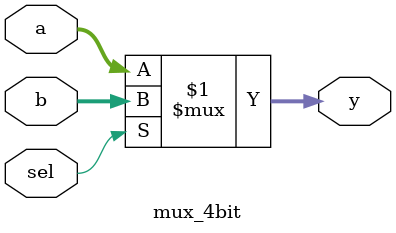
<source format=v>
module mux_4bit (
    input [3:0] a,          // Input channel 0 (4 bits)
    input [3:0] b,          // Input channel 1 (4 bits)
    input sel,              // Selection signal
    output [3:0] y          // Output (4 bits)
);

    // When sel is 0, choose input a
    // When sel is 1, choose input b
    assign y = sel ? b : a;

endmodule
</source>
